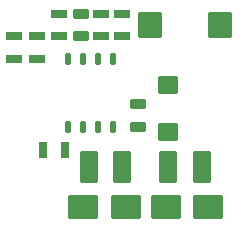
<source format=gtp>
G04*
G04 #@! TF.GenerationSoftware,Altium Limited,Altium Designer,20.0.2 (26)*
G04*
G04 Layer_Color=8421504*
%FSTAX24Y24*%
%MOIN*%
G70*
G01*
G75*
G04:AMPARAMS|DCode=15|XSize=20mil|YSize=39mil|CornerRadius=2mil|HoleSize=0mil|Usage=FLASHONLY|Rotation=180.000|XOffset=0mil|YOffset=0mil|HoleType=Round|Shape=RoundedRectangle|*
%AMROUNDEDRECTD15*
21,1,0.0200,0.0350,0,0,180.0*
21,1,0.0160,0.0390,0,0,180.0*
1,1,0.0040,-0.0080,0.0175*
1,1,0.0040,0.0080,0.0175*
1,1,0.0040,0.0080,-0.0175*
1,1,0.0040,-0.0080,-0.0175*
%
%ADD15ROUNDEDRECTD15*%
G04:AMPARAMS|DCode=16|XSize=28mil|YSize=51mil|CornerRadius=2.8mil|HoleSize=0mil|Usage=FLASHONLY|Rotation=270.000|XOffset=0mil|YOffset=0mil|HoleType=Round|Shape=RoundedRectangle|*
%AMROUNDEDRECTD16*
21,1,0.0280,0.0454,0,0,270.0*
21,1,0.0224,0.0510,0,0,270.0*
1,1,0.0056,-0.0227,-0.0112*
1,1,0.0056,-0.0227,0.0112*
1,1,0.0056,0.0227,0.0112*
1,1,0.0056,0.0227,-0.0112*
%
%ADD16ROUNDEDRECTD16*%
G04:AMPARAMS|DCode=17|XSize=35.4mil|YSize=51.2mil|CornerRadius=3.5mil|HoleSize=0mil|Usage=FLASHONLY|Rotation=90.000|XOffset=0mil|YOffset=0mil|HoleType=Round|Shape=RoundedRectangle|*
%AMROUNDEDRECTD17*
21,1,0.0354,0.0441,0,0,90.0*
21,1,0.0283,0.0512,0,0,90.0*
1,1,0.0071,0.0220,0.0142*
1,1,0.0071,0.0220,-0.0142*
1,1,0.0071,-0.0220,-0.0142*
1,1,0.0071,-0.0220,0.0142*
%
%ADD17ROUNDEDRECTD17*%
G04:AMPARAMS|DCode=18|XSize=28mil|YSize=51mil|CornerRadius=2.8mil|HoleSize=0mil|Usage=FLASHONLY|Rotation=180.000|XOffset=0mil|YOffset=0mil|HoleType=Round|Shape=RoundedRectangle|*
%AMROUNDEDRECTD18*
21,1,0.0280,0.0454,0,0,180.0*
21,1,0.0224,0.0510,0,0,180.0*
1,1,0.0056,-0.0112,0.0227*
1,1,0.0056,0.0112,0.0227*
1,1,0.0056,0.0112,-0.0227*
1,1,0.0056,-0.0112,-0.0227*
%
%ADD18ROUNDEDRECTD18*%
G04:AMPARAMS|DCode=19|XSize=59.8mil|YSize=66.1mil|CornerRadius=3.6mil|HoleSize=0mil|Usage=FLASHONLY|Rotation=270.000|XOffset=0mil|YOffset=0mil|HoleType=Round|Shape=RoundedRectangle|*
%AMROUNDEDRECTD19*
21,1,0.0598,0.0590,0,0,270.0*
21,1,0.0527,0.0661,0,0,270.0*
1,1,0.0072,-0.0295,-0.0263*
1,1,0.0072,-0.0295,0.0263*
1,1,0.0072,0.0295,0.0263*
1,1,0.0072,0.0295,-0.0263*
%
%ADD19ROUNDEDRECTD19*%
G04:AMPARAMS|DCode=20|XSize=63mil|YSize=107mil|CornerRadius=6.3mil|HoleSize=0mil|Usage=FLASHONLY|Rotation=180.000|XOffset=0mil|YOffset=0mil|HoleType=Round|Shape=RoundedRectangle|*
%AMROUNDEDRECTD20*
21,1,0.0630,0.0944,0,0,180.0*
21,1,0.0504,0.1070,0,0,180.0*
1,1,0.0126,-0.0252,0.0472*
1,1,0.0126,0.0252,0.0472*
1,1,0.0126,0.0252,-0.0472*
1,1,0.0126,-0.0252,-0.0472*
%
%ADD20ROUNDEDRECTD20*%
G04:AMPARAMS|DCode=21|XSize=78.7mil|YSize=98.4mil|CornerRadius=3.9mil|HoleSize=0mil|Usage=FLASHONLY|Rotation=90.000|XOffset=0mil|YOffset=0mil|HoleType=Round|Shape=RoundedRectangle|*
%AMROUNDEDRECTD21*
21,1,0.0787,0.0906,0,0,90.0*
21,1,0.0709,0.0984,0,0,90.0*
1,1,0.0079,0.0453,0.0354*
1,1,0.0079,0.0453,-0.0354*
1,1,0.0079,-0.0453,-0.0354*
1,1,0.0079,-0.0453,0.0354*
%
%ADD21ROUNDEDRECTD21*%
G04:AMPARAMS|DCode=22|XSize=78.7mil|YSize=86.6mil|CornerRadius=3.9mil|HoleSize=0mil|Usage=FLASHONLY|Rotation=0.000|XOffset=0mil|YOffset=0mil|HoleType=Round|Shape=RoundedRectangle|*
%AMROUNDEDRECTD22*
21,1,0.0787,0.0787,0,0,0.0*
21,1,0.0709,0.0866,0,0,0.0*
1,1,0.0079,0.0354,-0.0394*
1,1,0.0079,-0.0354,-0.0394*
1,1,0.0079,-0.0354,0.0394*
1,1,0.0079,0.0354,0.0394*
%
%ADD22ROUNDEDRECTD22*%
D15*
X097705Y028445D02*
D03*
X097205D02*
D03*
Y026185D02*
D03*
X097705D02*
D03*
X096205Y028445D02*
D03*
X096705D02*
D03*
Y026185D02*
D03*
X096205D02*
D03*
D16*
X095905Y02995D02*
D03*
Y0292D02*
D03*
X098005Y02995D02*
D03*
Y0292D02*
D03*
X097305Y0292D02*
D03*
Y02995D02*
D03*
X094405Y0292D02*
D03*
Y02845D02*
D03*
X095165Y0292D02*
D03*
Y02845D02*
D03*
D17*
X096625Y029949D02*
D03*
Y029201D02*
D03*
X098525Y026933D02*
D03*
Y026185D02*
D03*
D18*
X095355Y025425D02*
D03*
X096105D02*
D03*
D19*
X099545Y027582D02*
D03*
Y026008D02*
D03*
D20*
X100651Y024855D02*
D03*
X099539D02*
D03*
X098011D02*
D03*
X096899D02*
D03*
D21*
X098135Y023505D02*
D03*
X099465D02*
D03*
X100851D02*
D03*
X096699D02*
D03*
D22*
X101256Y029565D02*
D03*
X098934Y029565D02*
D03*
M02*

</source>
